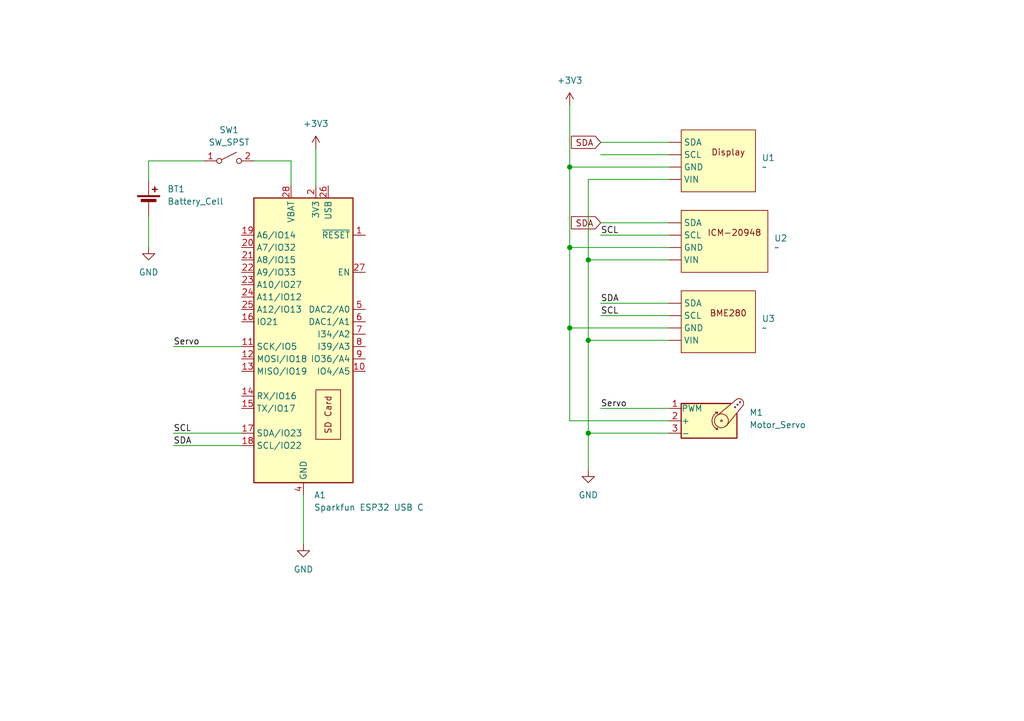
<source format=kicad_sch>
(kicad_sch (version 20250114) (generator "eeschema") (generator_version "9.0")
  (paper "A5")
  (lib_symbols
    (symbol "Adafruit_Feather_HUZZAH32_ESP32_1"
      (property "Reference" "A1" (at 2.1433 -33.02 0))
      (property "Value" "Sparkfun ESP32 USB C" (at 2.1433 -35.56 0))
      (symbol "Adafruit_Feather_HUZZAH32_ESP32_1_0_1"
        (rectangle (start -10.16 27.94) (end 10.16 -30.48) (stroke (width 0.254)) (fill (type background)))
        (rectangle (start 2.54 -11.43) (end 7.62 -21.59))
      )
      (symbol "Adafruit_Feather_HUZZAH32_ESP32_1_1_1"
        (text "SD Card" (at 5.08 -16.51 900) (effects (font (size 1.27 1.27))))
        (pin bidirectional line (at -12.7 20.32 0) (length 2.54) (name "A6/IO14") (number "19"))
        (pin bidirectional line (at -12.7 17.78 0) (length 2.54) (name "A7/IO32") (number "20"))
        (pin bidirectional line (at -12.7 15.24 0) (length 2.54) (name "A8/IO15") (number "21"))
        (pin bidirectional line (at -12.7 12.7 0) (length 2.54) (name "A9/IO33") (number "22"))
        (pin bidirectional line (at -12.7 10.16 0) (length 2.54) (name "A10/IO27") (number "23"))
        (pin bidirectional line (at -12.7 7.62 0) (length 2.54) (name "A11/IO12") (number "24"))
        (pin bidirectional line (at -12.7 5.08 0) (length 2.54) (name "A12/IO13") (number "25"))
        (pin bidirectional line (at -12.7 2.54 0) (length 2.54) (name "IO21") (number "16"))
        (pin bidirectional line (at -12.7 -2.54 0) (length 2.54) (name "SCK/IO5") (number "11"))
        (pin bidirectional line (at -12.7 -5.08 0) (length 2.54) (name "MOSI/IO18") (number "12"))
        (pin bidirectional line (at -12.7 -7.62 0) (length 2.54) (name "MISO/IO19") (number "13"))
        (pin bidirectional line (at -12.7 -12.7 0) (length 2.54) (name "RX/IO16") (number "14"))
        (pin bidirectional line (at -12.7 -15.24 0) (length 2.54) (name "TX/IO17") (number "15"))
        (pin bidirectional line (at -12.7 -20.32 0) (length 2.54) (name "SDA/IO23") (number "17"))
        (pin bidirectional line (at -12.7 -22.86 0) (length 2.54) (name "SCL/IO22") (number "18"))
        (pin power_in line (at -2.54 30.48 270) (length 2.54) (name "VBAT") (number "28"))
        (pin power_in line (at 0 -33.02 90) (length 2.54) (name "GND") (number "4"))
        (pin power_in line (at 2.54 30.48 270) (length 2.54) (name "3V3") (number "2"))
        (pin power_in line (at 5.08 30.48 270) (length 2.54) (name "USB") (number "26"))
        (pin no_connect line (at 10.16 10.16 180) (length 2.54) (hide yes) (name "NC") (number "3"))
        (pin input line (at 12.7 20.32 180) (length 2.54) (name "~{RESET}") (number "1"))
        (pin input line (at 12.7 12.7 180) (length 2.54) (name "EN") (number "27"))
        (pin bidirectional line (at 12.7 5.08 180) (length 2.54) (name "DAC2/A0") (number "5"))
        (pin bidirectional line (at 12.7 2.54 180) (length 2.54) (name "DAC1/A1") (number "6"))
        (pin bidirectional line (at 12.7 0 180) (length 2.54) (name "I34/A2") (number "7"))
        (pin bidirectional line (at 12.7 -2.54 180) (length 2.54) (name "I39/A3") (number "8"))
        (pin bidirectional line (at 12.7 -5.08 180) (length 2.54) (name "IO36/A4") (number "9"))
        (pin bidirectional line (at 12.7 -7.62 180) (length 2.54) (name "IO4/A5") (number "10"))
      )
    )
    (symbol "Device:BME280"
      (property "Reference" "U" (at 0 0 0))
      (symbol "BME280_1_1"
        (rectangle (start -8.89 7.62) (end 6.35 -5.08) (stroke (width 0) (color 132 0 0 1)) (fill (type color) (color 255 255 194 1)))
        (text "BME280" (at 0.762 3.048 0) (effects (font (size 1.27 1.27))))
        (pin bidirectional line (at -11.43 5.08 0) (length 2.54) (name "SDA") (number ""))
        (pin input line (at -11.43 2.54 0) (length 2.54) (name "SCL") (number ""))
        (pin input line (at -11.43 0 0) (length 2.54) (name "GND") (number ""))
        (pin input line (at -11.43 -2.54 0) (length 2.54) (name "VIN") (number ""))
      )
    )
    (symbol "Device:Battery_Cell" (pin_numbers (hide yes)) (pin_names (offset 0) (hide yes))
      (property "Reference" "BT" (at 2.54 2.54 0))
      (property "Value" "Battery_Cell" (at 2.54 0 0))
      (symbol "Battery_Cell_0_1"
        (rectangle (start -2.286 1.778) (end 2.286 1.524) (fill (type outline)))
        (rectangle (start -1.524 1.016) (end 1.524 0.508) (fill (type outline)))
        (polyline (pts (xy 0 1.778) (xy 0 2.54)))
        (polyline (pts (xy 0 0.762) (xy 0 0)))
        (polyline (pts (xy 0.762 3.048) (xy 1.778 3.048)) (stroke (width 0.254)))
        (polyline (pts (xy 1.27 3.556) (xy 1.27 2.54)) (stroke (width 0.254)))
      )
      (symbol "Battery_Cell_1_1"
        (pin passive line (at 0 5.08 270) (length 2.54) (name "+") (number "1"))
        (pin passive line (at 0 -2.54 90) (length 2.54) (name "-") (number "2"))
      )
    )
    (symbol "Device:Display"
      (property "Reference" "U" (at 0 0 0))
      (symbol "Display_1_1"
        (rectangle (start -6.35 7.62) (end 8.89 -5.08) (stroke (width 0) (color 132 0 0 1)) (fill (type color) (color 255 255 194 1)))
        (text "Display" (at 3.302 3.048 0) (effects (font (size 1.27 1.27))))
        (pin bidirectional line (at -8.89 5.08 0) (length 2.54) (name "SDA") (number ""))
        (pin input line (at -8.89 2.54 0) (length 2.54) (name "SCL") (number ""))
        (pin input line (at -8.89 0 0) (length 2.54) (name "GND") (number ""))
        (pin input line (at -8.89 -2.54 0) (length 2.54) (name "VIN") (number ""))
      )
    )
    (symbol "Device:ICM_20948"
      (property "Reference" "U" (at 0 0 0))
      (symbol "ICM_20948_1_1"
        (rectangle (start -7.62 7.62) (end 10.16 -5.08) (stroke (width 0) (color 132 0 0 1)) (fill (type color) (color 255 255 194 1)))
        (text "ICM-20948" (at 3.302 3.048 0) (effects (font (size 1.27 1.27))))
        (pin bidirectional line (at -10.16 5.08 0) (length 2.54) (name "SDA") (number ""))
        (pin input line (at -10.16 2.54 0) (length 2.54) (name "SCL") (number ""))
        (pin input line (at -10.16 0 0) (length 2.54) (name "GND") (number ""))
        (pin input line (at -10.16 -2.54 0) (length 2.54) (name "VIN") (number ""))
      )
    )
    (symbol "Motor:Motor_Servo" (pin_names (offset 0.0254))
      (property "Reference" "M1" (at 8.89 1.7032 0))
      (property "Value" "Motor_Servo" (at 8.89 -0.8368 0))
      (symbol "Motor_Servo_0_1"
        (polyline (pts (xy 2.413 1.778) (xy 1.905 1.778)))
        (polyline (pts (xy 2.413 1.778) (xy 2.286 1.397)))
        (polyline (pts (xy 2.413 -1.778) (xy 2.032 -1.778)))
        (polyline (pts (xy 2.413 -1.778) (xy 2.286 -1.397)))
        (arc (start 2.413 -1.778) (mid 1.2406 0) (end 2.413 1.778))
        (circle (center 3.175 0) (radius 0.1778))
        (circle (center 3.175 0) (radius 1.4224))
        (circle (center 5.969 2.794) (radius 0.127))
        (polyline (pts (xy 6.35 4.445) (xy 2.54 1.27)))
        (circle (center 6.477 3.302) (radius 0.127))
        (arc (start 6.35 4.445) (mid 7.4487 4.2737) (end 7.62 3.175))
        (circle (center 6.985 3.81) (radius 0.127))
        (polyline (pts (xy 7.62 3.175) (xy 4.191 -1.016)))
      )
      (symbol "Motor_Servo_1_1"
        (polyline (pts (xy 5.08 3.556) (xy -5.08 3.556) (xy -5.08 -3.556) (xy 6.35 -3.556) (xy 6.35 1.524)) (stroke (width 0.254)) (fill (type color) (color 255 255 194 1)))
        (pin passive line (at -7.62 2.54 0) (length 2.54) (name "PWM") (number "1"))
        (pin passive line (at -7.62 0 0) (length 2.54) (name "+") (number "2"))
        (pin passive line (at -7.62 -2.54 0) (length 2.54) (name "-") (number "3"))
      )
    )
    (symbol "Switch:SW_SPST" (pin_names (offset 0) (hide yes))
      (property "Reference" "SW" (at 0 3.175 0))
      (property "Value" "SW_SPST" (at 0 -2.54 0))
      (symbol "SW_SPST_0_0"
        (circle (center -2.032 0) (radius 0.508))
        (polyline (pts (xy -1.524 0.254) (xy 1.524 1.778)))
        (circle (center 2.032 0) (radius 0.508))
      )
      (symbol "SW_SPST_1_1"
        (pin passive line (at -5.08 0 0) (length 2.54) (name "A") (number "1"))
        (pin passive line (at 5.08 0 180) (length 2.54) (name "B") (number "2"))
      )
    )
    (symbol "power:+3V3" (power) (pin_numbers (hide yes)) (pin_names (offset 0) (hide yes))
      (property "Value" "+3V3" (at 0 3.556 0))
      (symbol "+3V3_0_1"
        (polyline (pts (xy -0.762 1.27) (xy 0 2.54)))
        (polyline (pts (xy 0 2.54) (xy 0.762 1.27)))
        (polyline (pts (xy 0 0) (xy 0 2.54)))
      )
      (symbol "+3V3_1_1"
        (pin power_in line (at 0 0 90) (length 0) (name "~") (number "1"))
      )
    )
    (symbol "power:GND" (power) (pin_numbers (hide yes)) (pin_names (offset 0) (hide yes))
      (property "Value" "GND" (at 0 -3.81 0))
      (symbol "GND_0_1"
        (polyline (pts (xy 0 0) (xy 0 -1.27) (xy 1.27 -1.27) (xy 0 -2.54) (xy -1.27 -1.27) (xy 0 -1.27)))
      )
      (symbol "GND_1_1"
        (pin power_in line (at 0 0 270) (length 0) (name "~") (number "1"))
      )
    )
  )
  (junction (at 120.65 53.34))
  (junction (at 120.65 69.85))
  (junction (at 116.84 67.31))
  (junction (at 116.84 34.29))
  (junction (at 120.65 88.9))
  (junction (at 116.84 50.8))
  (wire (pts (xy 52.07 33.02) (xy 59.69 33.02)))
  (wire (pts (xy 123.19 83.82) (xy 137.16 83.82)))
  (wire (pts (xy 120.65 69.85) (xy 137.16 69.85)))
  (wire (pts (xy 120.65 69.85) (xy 120.65 88.9)))
  (wire (pts (xy 35.56 71.12) (xy 49.53 71.12)))
  (wire (pts (xy 62.23 101.6) (xy 62.23 111.76)))
  (wire (pts (xy 123.19 48.26) (xy 137.16 48.26)))
  (wire (pts (xy 30.48 33.02) (xy 41.91 33.02)))
  (wire (pts (xy 120.65 36.83) (xy 120.65 53.34)))
  (wire (pts (xy 30.48 36.83) (xy 30.48 33.02)))
  (wire (pts (xy 64.77 30.48) (xy 64.77 38.1)))
  (wire (pts (xy 116.84 50.8) (xy 116.84 34.29)))
  (wire (pts (xy 123.19 45.72) (xy 137.16 45.72)))
  (wire (pts (xy 116.84 67.31) (xy 116.84 50.8)))
  (wire (pts (xy 116.84 86.36) (xy 116.84 67.31)))
  (wire (pts (xy 123.19 31.75) (xy 137.16 31.75)))
  (wire (pts (xy 35.56 88.9) (xy 49.53 88.9)))
  (wire (pts (xy 123.19 29.21) (xy 137.16 29.21)))
  (wire (pts (xy 35.56 91.44) (xy 49.53 91.44)))
  (wire (pts (xy 120.65 36.83) (xy 137.16 36.83)))
  (wire (pts (xy 123.19 64.77) (xy 137.16 64.77)))
  (wire (pts (xy 116.84 86.36) (xy 137.16 86.36)))
  (wire (pts (xy 116.84 67.31) (xy 137.16 67.31)))
  (wire (pts (xy 123.19 62.23) (xy 137.16 62.23)))
  (wire (pts (xy 120.65 88.9) (xy 120.65 96.52)))
  (wire (pts (xy 116.84 50.8) (xy 137.16 50.8)))
  (wire (pts (xy 120.65 53.34) (xy 137.16 53.34)))
  (wire (pts (xy 116.84 34.29) (xy 116.84 21.59)))
  (wire (pts (xy 120.65 88.9) (xy 137.16 88.9)))
  (wire (pts (xy 30.48 44.45) (xy 30.48 50.8)))
  (wire (pts (xy 59.69 33.02) (xy 59.69 38.1)))
  (wire (pts (xy 116.84 34.29) (xy 137.16 34.29)))
  (wire (pts (xy 120.65 53.34) (xy 120.65 69.85)))
  (label "SCL" (at 123.19 48.26 0))
  (label "Servo" (at 35.56 71.12 0))
  (label "SCL" (at 123.19 64.77 0))
  (label "Servo" (at 123.19 83.82 0))
  (label "SCL" (at 35.56 88.9 0))
  (label "SDA" (at 123.19 62.23 0))
  (label "SDA" (at 35.56 91.44 0))
  (global_label "SDA" (shape input) (at 123.19 45.72 180) (property "Intersheetrefs" "${INTERSHEET_REFS}" (effects (hide yes))))
  (global_label "SDA" (shape input) (at 123.19 29.21 180) (property "Intersheetrefs" "${INTERSHEET_REFS}" (effects (hide yes))))
  (symbol (lib_id "power:GND") (at 120.65 96.52 0) (unit 1)
    (property "Reference" "#PWR04" (effects (hide yes)))
    (property "Value" "GND" (at 120.65 101.6 0))
    (property "Description" "Power symbol creates a global label with name \"GND\" , ground" (effects (hide yes)))
  )
  (symbol (lib_id "Device:Display") (at 146.05 34.29 0) (unit 1)
    (property "Reference" "U1" (at 156.21 32.3849 0) (effects (justify left)))
    (property "Value" "~" (at 156.21 34.29 0) (effects (justify left)))
  )
  (symbol (lib_id "power:+3V3") (at 64.77 30.48 0) (unit 1)
    (property "Reference" "#PWR02" (effects (hide yes)))
    (property "Value" "+3V3" (at 64.77 25.4 0))
    (property "Description" "Power symbol creates a global label with name \"+3V3\"" (effects (hide yes)))
  )
  (symbol (lib_id "Device:ICM_20948") (at 147.32 50.8 0) (unit 1)
    (property "Reference" "U2" (at 158.75 48.8949 0) (effects (justify left)))
    (property "Value" "~" (at 158.75 50.8 0) (effects (justify left)))
  )
  (symbol (lib_id "Switch:SW_SPST") (at 46.99 33.02 0) (unit 1)
    (property "Reference" "SW1" (at 46.99 26.67 0))
    (property "Value" "SW_SPST" (at 46.99 29.21 0))
    (property "Description" "Single Pole Single Throw (SPST) switch" (effects (hide yes)))
  )
  (symbol (lib_id "Device:BME280") (at 148.59 67.31 0) (unit 1)
    (property "Reference" "U3" (at 156.21 65.4049 0) (effects (justify left)))
    (property "Value" "~" (at 156.21 67.31 0) (effects (justify left)))
  )
  (symbol (lib_id "Device:Battery_Cell") (at 30.48 41.91 0) (unit 1)
    (property "Reference" "BT1" (at 34.29 38.7984 0) (effects (justify left)))
    (property "Value" "Battery_Cell" (at 34.29 41.3384 0) (effects (justify left)))
    (property "Description" "Single-cell battery" (effects (hide yes)))
  )
  (symbol (lib_id "Motor:Motor_Servo") (at 144.78 86.36 0) (unit 1)
    (property "Reference" "M1" (at 153.67 84.6568 0) (effects (justify left)))
    (property "Value" "Motor_Servo" (at 153.67 87.1968 0) (effects (justify left)))
    (property "Datasheet" "http://forums.parallax.com/uploads/attachments/46831/74481.png" (effects (hide yes)))
    (property "Description" "Servo Motor (Futaba, HiTec, JR connector)" (effects (hide yes)))
  )
  (symbol (lib_id "power:GND") (at 30.48 50.8 0) (unit 1)
    (property "Reference" "#PWR03" (effects (hide yes)))
    (property "Value" "GND" (at 30.48 55.88 0))
    (property "Description" "Power symbol creates a global label with name \"GND\" , ground" (effects (hide yes)))
  )
  (symbol (lib_id "power:+3V3") (at 116.84 21.59 0) (unit 1)
    (property "Reference" "#PWR01" (effects (hide yes)))
    (property "Value" "+3V3" (at 116.84 16.51 0))
    (property "Description" "Power symbol creates a global label with name \"+3V3\"" (effects (hide yes)))
  )
  (symbol (lib_name "Adafruit_Feather_HUZZAH32_ESP32_1") (lib_id "MCU_Module:Adafruit_Feather_HUZZAH32_ESP32") (at 62.23 68.58 0) (unit 1)
    (property "Reference" "A1" (at 64.3733 101.6 0) (effects (justify left)))
    (property "Value" "Sparkfun ESP32 USB C" (at 64.3733 104.14 0) (effects (justify left)))
    (property "Footprint" "Module:Adafruit_Feather" (effects (hide yes)))
    (property "Datasheet" "https://cdn-learn.adafruit.com/downloads/pdf/adafruit-huzzah32-esp32-feather.pdf" (effects (hide yes)))
    (property "Description" "Microcontroller module with ESP32 MCU" (effects (hide yes)))
  )
  (symbol (lib_id "power:GND") (at 62.23 111.76 0) (unit 1)
    (property "Reference" "#PWR05" (effects (hide yes)))
    (property "Value" "GND" (at 62.23 116.84 0))
    (property "Description" "Power symbol creates a global label with name \"GND\" , ground" (effects (hide yes)))
  )
)
</source>
